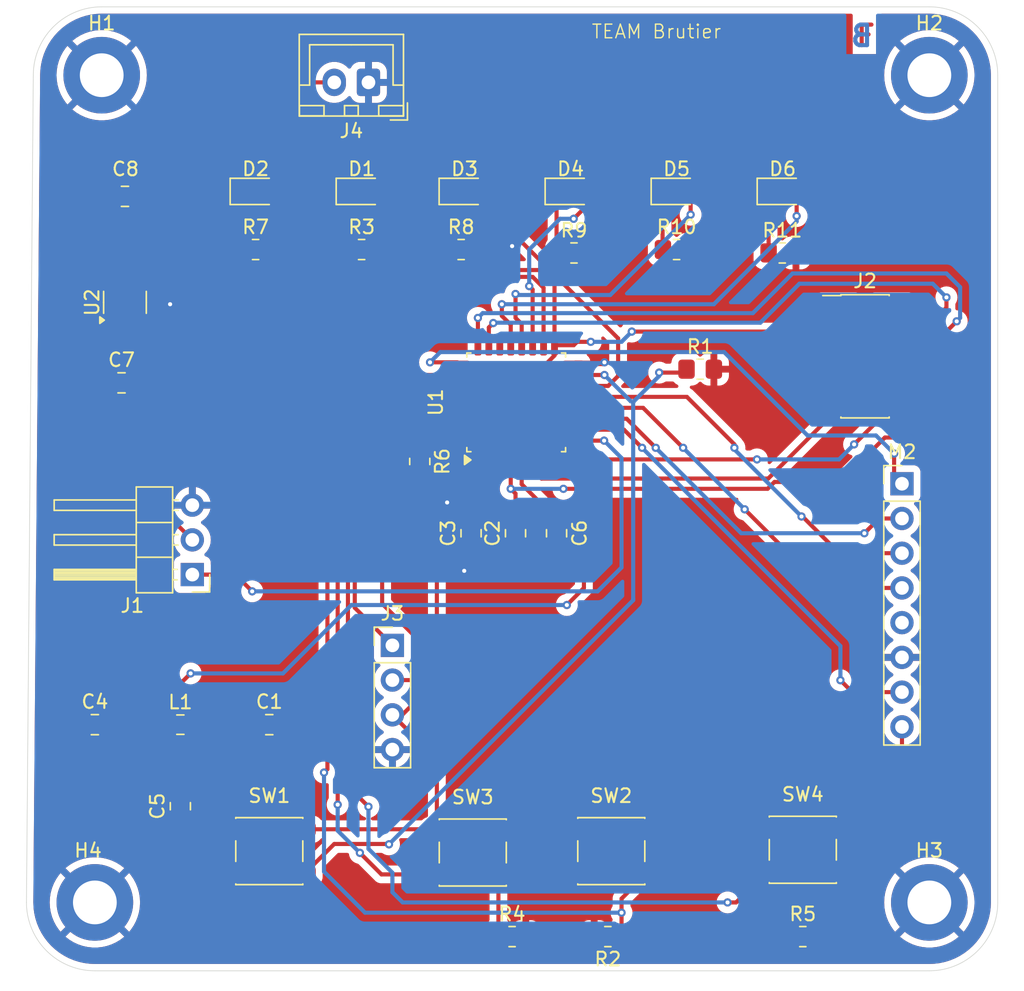
<source format=kicad_pcb>
(kicad_pcb (version 20240108) (generator "pcbnew") (generator_version "8.0")
  (layers (0 "F.Cu" signal) (31 "B.Cu" signal) (34 "B.Paste" user) (35 "F.Paste" user) (36 "B.SilkS" user "B.Silkscreen") (37 "F.SilkS" user "F.Silkscreen") (38 "B.Mask" user) (39 "F.Mask" user) (44 "Edge.Cuts" user))
  (net 0 "")
  (net 1 "+5V")
  (net 2 "GND")
  (net 3 "+3.3V")
  (net 4 "NRST")
  (net 5 "+3.3VA")
  (net 6 "LED1_STATUS")
  (net 7 "LED_STATUS")
  (net 8 "LED2_STATUS")
  (net 9 "LED3_STATUS")
  (net 10 "LED_ERROR_STATUS")
  (net 11 "PA1")
  (net 12 "SWDIO")
  (net 13 "USART2_RX")
  (net 14 "SWDCK")
  (net 15 "USART2_TX")
  (net 16 "I2C1_SCL")
  (net 17 "I2C1_SDA")
  (net 18 "PWM")
  (net 19 "Button3")
  (net 20 "Button1")
  (net 21 "Button2")
  (net 22 "Button4")
  (net 23 "SPI1_SCK")
  (net 24 "SPI1_MISO")
  (net 25 "DAC_nCS")
  (net 26 "SPI1_NSS")
  (net 27 "SPI1_MOSI")
  (net 28 "Net-(D1-K)")
  (net 29 "Net-(D2-K)")
  (net 30 "Net-(D3-K)")
  (net 31 "Net-(D4-K)")
  (net 32 "Net-(D5-K)")
  (net 33 "Net-(D6-K)")
  (net 40 "Net-(U1-PB9)")
  (footprint "Capacitor_SMD:C_0805_2012Metric_Pad1.18x1.45mm_HandSolder" (layer "F.Cu") (at 215.25 106.5 90)
    (property "Reference" "C2")
    (property "Value" "100n")
  )
  (footprint "LED_SMD:LED_0805_2012Metric_Pad1.15x1.40mm_HandSolder" (layer "F.Cu") (at 196.25 81.5)
    (property "Reference" "D2")
    (property "Value" "LED_Small")
  )
  (footprint "Resistor_SMD:R_0805_2012Metric_Pad1.20x1.40mm_HandSolder" (layer "F.Cu") (at 234.75 86)
    (property "Reference" "R11")
    (property "Value" "1k")
  )
  (footprint "Package_QFP:LQFP-32_7x7mm_P0.8mm" (layer "F.Cu") (at 215.3 96.925 90)
    (property "Reference" "U1")
    (property "Value" "STM32L021K4Tx")
  )
  (footprint "Resistor_SMD:R_0805_2012Metric_Pad1.20x1.40mm_HandSolder" (layer "F.Cu") (at 211.275 85.75)
    (property "Reference" "R8")
    (property "Value" "1k")
  )
  (footprint "Capacitor_SMD:C_0805_2012Metric_Pad1.18x1.45mm_HandSolder" (layer "F.Cu") (at 197.25 120.5)
    (property "Reference" "C1")
    (property "Value" "4u7")
  )
  (footprint "Connector_JST:JST_XH_B2B-XH-A_1x02_P2.50mm_Vertical" (layer "F.Cu") (at 204.5 73.525 180)
    (property "Reference" "J4")
    (property "Value" "Conn_01x02")
  )
  (footprint "Capacitor_SMD:C_0805_2012Metric_Pad1.18x1.45mm_HandSolder" (layer "F.Cu") (at 212 106.5 90)
    (property "Reference" "C3")
    (property "Value" "100n")
  )
  (footprint "Button_Switch_SMD:SW_SPST_PTS647_Sx50" (layer "F.Cu") (at 236.25 129.65)
    (property "Reference" "SW4")
    (property "Value" "SW_SPST")
  )
  (footprint "Capacitor_SMD:C_0805_2012Metric_Pad1.18x1.45mm_HandSolder" (layer "F.Cu") (at 190.75 126.4625 90)
    (property "Reference" "C5")
    (property "Value" "100n")
  )
  (footprint "Resistor_SMD:R_0805_2012Metric_Pad1.20x1.40mm_HandSolder" (layer "F.Cu") (at 215 136)
    (property "Reference" "R4")
    (property "Value" "R_Small")
  )
  (footprint "MountingHole:MountingHole_3.2mm_M3_DIN965_Pad" (layer "F.Cu") (at 245.5 73)
    (property "Reference" "H2")
    (property "Value" "MountingHole_Pad")
  )
  (footprint "MountingHole:MountingHole_3.2mm_M3_DIN965_Pad" (layer "F.Cu") (at 185 73)
    (property "Reference" "H1")
    (property "Value" "MountingHole_Pad")
  )
  (footprint "Resistor_SMD:R_0805_2012Metric_Pad1.20x1.40mm_HandSolder" (layer "F.Cu") (at 228.75 94.5)
    (property "Reference" "R1")
    (property "Value" "R_Small")
  )
  (footprint "LED_SMD:LED_0805_2012Metric_Pad1.15x1.40mm_HandSolder" (layer "F.Cu") (at 234.775 81.5)
    (property "Reference" "D6")
    (property "Value" "LED_Small")
  )
  (footprint "Connector_PinHeader_2.54mm:PinHeader_1x08_P2.54mm_Vertical" (layer "F.Cu") (at 243.5 102.88)
    (property "Reference" "M2")
    (property "Value" "RFID-RC522")
    (property "VALUE" "" (hide yes))
  )
  (footprint "Resistor_SMD:R_0805_2012Metric_Pad1.20x1.40mm_HandSolder" (layer "F.Cu") (at 208.25 101.25 -90)
    (property "Reference" "R6")
    (property "Value" "100k")
  )
  (footprint "LED_SMD:LED_0805_2012Metric_Pad1.15x1.40mm_HandSolder" (layer "F.Cu") (at 219.275 81.5)
    (property "Reference" "D4")
    (property "Value" "LED_Small")
  )
  (footprint "Connector_PinHeader_2.54mm:PinHeader_1x04_P2.54mm_Vertical" (layer "F.Cu") (at 206.25 114.7)
    (property "Reference" "J3")
    (property "Value" "Conn_OLED_Display")
  )
  (footprint "Button_Switch_SMD:SW_SPST_PTS647_Sx50" (layer "F.Cu") (at 222.25 129.75)
    (property "Reference" "SW2")
    (property "Value" "SW_SPST")
  )
  (footprint "Capacitor_SMD:C_0805_2012Metric_Pad1.18x1.45mm_HandSolder" (layer "F.Cu") (at 186.7 81.8625)
    (property "Reference" "C8")
    (property "Value" "1uF")
  )
  (footprint "Resistor_SMD:R_0805_2012Metric_Pad1.20x1.40mm_HandSolder" (layer "F.Cu") (at 236.25 136)
    (property "Reference" "R5")
    (property "Value" "R_Small")
  )
  (footprint "Inductor_SMD:L_0805_2012Metric_Pad1.15x1.40mm_HandSolder" (layer "F.Cu") (at 190.75 120.5)
    (property "Reference" "L1")
    (property "Value" "39n")
  )
  (footprint "MountingHole:MountingHole_3.2mm_M3_DIN965_Pad" (layer "F.Cu") (at 184.5 133.5)
    (property "Reference" "H4")
    (property "Value" "MountingHole_Pad")
  )
  (footprint "Resistor_SMD:R_0805_2012Metric_Pad1.20x1.40mm_HandSolder" (layer "F.Cu") (at 227.025 85.75)
    (property "Reference" "R10")
    (property "Value" "1k")
  )
  (footprint "Button_Switch_SMD:SW_SPST_PTS647_Sx50" (layer "F.Cu") (at 197.25 129.75)
    (property "Reference" "SW1")
    (property "Value" "SW_SPST")
  )
  (footprint "Capacitor_SMD:C_0805_2012Metric_Pad1.18x1.45mm_HandSolder" (layer "F.Cu") (at 218.25 106.5 -90)
    (property "Reference" "C6")
    (property "Value" "10n")
  )
  (footprint "LED_SMD:LED_0805_2012Metric_Pad1.15x1.40mm_HandSolder" (layer "F.Cu") (at 204 81.5)
    (property "Reference" "D1")
    (property "Value" "LED_Small")
  )
  (footprint "Capacitor_SMD:C_0805_2012Metric_Pad1.18x1.45mm_HandSolder" (layer "F.Cu") (at 186.45 95.5)
    (property "Reference" "C7")
    (property "Value" "1uF")
  )
  (footprint "LED_SMD:LED_0805_2012Metric_Pad1.15x1.40mm_HandSolder" (layer "F.Cu") (at 227.025 81.5)
    (property "Reference" "D5")
    (property "Value" "LED_Small")
  )
  (footprint "Resistor_SMD:R_0805_2012Metric_Pad1.20x1.40mm_HandSolder" (layer "F.Cu") (at 204 85.75)
    (property "Reference" "R3")
    (property "Value" "1k")
  )
  (footprint "Connector_PinHeader_1.27mm:PinHeader_2x07_P1.27mm_Vertical_SMD" (layer "F.Cu") (at 240.8 93.56)
    (property "Reference" "J2")
    (property "Value" "Conn_02x07_Odd_Even")
  )
  (footprint "LED_SMD:LED_0805_2012Metric_Pad1.15x1.40mm_HandSolder" (layer "F.Cu") (at 211.525 81.5)
    (property "Reference" "D3")
    (property "Value" "LED_Small")
  )
  (footprint "Connector_PinHeader_2.54mm:PinHeader_1x03_P2.54mm_Horizontal" (layer "F.Cu") (at 191.625 109.525 180)
    (property "Reference" "J1")
    (property "Value" "Conn_01x03_Pin")
  )
  (footprint "Resistor_SMD:R_0805_2012Metric_Pad1.20x1.40mm_HandSolder" (layer "F.Cu") (at 219.525 86)
    (property "Reference" "R9")
    (property "Value" "1k")
  )
  (footprint "Resistor_SMD:R_0805_2012Metric_Pad1.20x1.40mm_HandSolder" (layer "F.Cu") (at 196.25 85.75)
    (property "Reference" "R7")
    (property "Value" "1k")
  )
  (footprint "Capacitor_SMD:C_0805_2012Metric_Pad1.18x1.45mm_HandSolder" (layer "F.Cu") (at 184.5 120.5)
    (property "Reference" "C4")
    (property "Value" "1u")
  )
  (footprint "MountingHole:MountingHole_3.2mm_M3_DIN965_Pad" (layer "F.Cu") (at 245.5 133.5)
    (property "Reference" "H3")
    (property "Value" "MountingHole_Pad")
  )
  (footprint "Resistor_SMD:R_0805_2012Metric_Pad1.20x1.40mm_HandSolder" (layer "F.Cu") (at 222 136 180)
    (property "Reference" "R2")
    (property "Value" "R_Small")
  )
  (footprint "Button_Switch_SMD:SW_SPST_PTS647_Sx50" (layer "F.Cu") (at 212.125 129.85)
    (property "Reference" "SW3")
    (property "Value" "SW_SPST")
  )
  (footprint "Package_TO_SOT_SMD:SOT-23-5" (layer "F.Cu") (at 186.7 89.6125 90)
    (property "Reference" "U2")
    (property "Value" "BU33SD5WG-TR")
  )
  (gr_arc (start 180 73) (mid 181.464466 69.464466) (end 185 68) (stroke (width 0.05)) (layer "Edge.Cuts"))
  (gr_line (start 250.5 73) (end 250.5 131.5) (stroke (width 0.05)) (layer "Edge.Cuts"))
  (gr_arc (start 184.5 138.5) (mid 180.964466 137.035534) (end 179.5 133.5) (stroke (width 0.05)) (layer "Edge.Cuts"))
  (gr_line (start 250.5 133.5) (end 250.5 131.5) (stroke (width 0.05)) (layer "Edge.Cuts"))
  (gr_arc (start 250.5 133.5) (mid 249.035534 137.035534) (end 245.5 138.5) (stroke (width 0.05)) (layer "Edge.Cuts"))
  (gr_line (start 184.5 138.5) (end 245.5 138.5) (stroke (width 0.05)) (layer "Edge.Cuts"))
  (gr_line (start 185 68) (end 245.5 68) (stroke (width 0.05)) (layer "Edge.Cuts"))
  (gr_arc (start 245.5 68) (mid 249.035534 69.464466) (end 250.5 73) (stroke (width 0.05)) (layer "Edge.Cuts"))
  (gr_line (start 180 73) (end 179.5 133.5) (stroke (width 0.05)) (layer "Edge.Cuts"))
  (gr_text "F" (at 240 71 0) (layer "F.Cu") (effects (font (size 1.5 1.5) (thickness 0.3) (bold yes)) (justify left bottom)))
  (gr_text "B" (at 241.5 71 0) (layer "B.Cu") (effects (font (size 1.5 1.5) (thickness 0.3) (bold yes)) (justify left bottom mirror)))
  (gr_text "TEAM Brutier\n\n" (at 220.75 72 0) (layer "F.SilkS") (effects (font (size 1 1) (thickness 0.1)) (justify left bottom)))
  (segment (start 187.65 90.75) (end 187.65 91.412499) (width 0.3) (layer "F.Cu") (net 1))
  (segment (start 182.75 81) (end 182.75 87.75) (width 0.3) (layer "F.Cu") (net 1))
  (segment (start 202 73.525) (end 190.240436 73.525) (width 0.3) (layer "F.Cu") (net 1))
  (segment (start 187.65 91.412499) (end 186.6125 92.449999) (width 0.3) (layer "F.Cu") (net 1))
  (segment (start 190.240436 73.525) (end 182.765436 81) (width 0.3) (layer "F.Cu") (net 1))
  (segment (start 186.050001 92.449999) (end 186.6125 92.449999) (width 0.3) (layer "F.Cu") (net 1))
  (segment (start 186.050001 92.449999) (end 185.75 92.149998) (width 0.3) (layer "F.Cu") (net 1))
  (segment (start 185.4125 95.5) (end 185.4125 100.7725) (width 0.3) (layer "F.Cu") (net 1))
  (segment (start 185.75 92.149998) (end 185.75 90.75) (width 0.3) (layer "F.Cu") (net 1))
  (segment (start 185.4125 95.5) (end 185.4125 93.0875) (width 0.3) (layer "F.Cu") (net 1))
  (segment (start 182.75 87.75) (end 185.75 90.75) (width 0.3) (layer "F.Cu") (net 1))
  (segment (start 185.4125 100.7725) (end 191.625 106.985) (width 0.3) (layer "F.Cu") (net 1))
  (segment (start 185.4125 93.0875) (end 186.050001 92.449999) (width 0.3) (layer "F.Cu") (net 1))
  (segment (start 186.7 90.75) (end 186.7 90.087501) (width 0.3) (layer "F.Cu") (net 2))
  (segment (start 189.75 89.5) (end 190 89.75) (width 0.3) (layer "F.Cu") (net 2))
  (segment (start 221.625 94.125) (end 219.475 94.125) (width 0.3) (layer "F.Cu") (net 2))
  (segment (start 186.7 90.087501) (end 187.287501 89.5) (width 0.3) (layer "F.Cu") (net 2))
  (segment (start 210.25 100.6) (end 210.25 104.25) (width 0.3) (layer "F.Cu") (net 2))
  (segment (start 187.287501 89.5) (end 189.75 89.5) (width 0.3) (layer "F.Cu") (net 2))
  (segment (start 221.75 94) (end 221.625 94.125) (width 0.3) (layer "F.Cu") (net 2))
  (segment (start 211.125 99.725) (end 210.25 100.6) (width 0.3) (layer "F.Cu") (net 2))
  (via (at 221.75 94) (size 0.6) (drill 0.3) (layers "F.Cu" "B.Cu") (net 2))
  (via (at 215 85.5) (size 0.6) (drill 0.3) (layers "F.Cu" "B.Cu") (net 2))
  (via (at 190 89.75) (size 0.6) (drill 0.3) (layers "F.Cu" "B.Cu") (net 2))
  (via (at 211.5 109.25) (size 0.6) (drill 0.3) (layers "F.Cu" "B.Cu") (net 2))
  (via (at 210.25 104.25) (size 0.6) (drill 0.3) (layers "F.Cu" "B.Cu") (net 2))
  (segment (start 218.1 93.499999) (end 218.1 92.75) (width 0.3) (layer "F.Cu") (net 3))
  (segment (start 212.5 101.1) (end 212.5 100.25) (width 0.3) (layer "F.Cu") (net 3))
  (segment (start 217 87.25) (end 218.1 88.35) (width 0.3) (layer "F.Cu") (net 3))
  (segment (start 208 81.5) (end 208 85.5) (width 0.3) (layer "F.Cu") (net 3))
  (segment (start 197.5 81.5) (end 199.5 79.5) (width 0.3) (layer "F.Cu") (net 3))
  (segment (start 238.85 91.02) (end 236.98 91.02) (width 0.3) (layer "F.Cu") (net 3))
  (segment (start 191.825 126.425) (end 190.75 127.5) (width 0.3) (layer "F.Cu") (net 3))
  (segment (start 220.75 92.5) (end 219.75 92.5) (width 0.3) (layer "F.Cu") (net 3))
  (segment (start 209.5 123.03) (end 209.5 128.25) (width 0.3) (layer "F.Cu") (net 3))
  (segment (start 212 102.25) (end 212 105.4625) (width 0.3) (layer "F.Cu") (net 3))
  (segment (start 212 105.4625) (end 209.5 107.9625) (width 0.3) (layer "F.Cu") (net 3))
  (segment (start 236.25 91.75) (end 223.75 91.75) (width 0.3) (layer "F.Cu") (net 3))
  (segment (start 219.5 92.75) (end 218.1 92.75) (width 0.3) (layer "F.Cu") (net 3))
  (segment (start 185.6625 81.8625) (end 188.025 79.5) (width 0.3) (layer "F.Cu") (net 3))
  (segment (start 193.55 128.15) (end 191.825 126.425) (width 0.3) (layer "F.Cu") (net 3))
  (segment (start 191.825 120.55) (end 191.825 126.425) (width 0.3) (layer "F.Cu") (net 3))
  (segment (start 191.775 120.5) (end 196.2125 120.5) (width 0.3) (layer "F.Cu") (net 3))
  (segment (start 209.5 128.25) (end 214.75 128.25) (width 0.3) (layer "F.Cu") (net 3))
  (segment (start 208 85.5) (end 209.75 87.25) (width 0.3) (layer "F.Cu") (net 3))
  (segment (start 233.625 128.05) (end 238.875 128.05) (width 0.3) (layer "F.Cu") (net 3))
  (segment (start 243.5 123.425) (end 243.5 120.66) (width 0.3) (layer "F.Cu") (net 3))
  (segment (start 194.625 128.15) (end 193.55 128.15) (width 0.3) (layer "F.Cu") (net 3))
  (segment (start 213.5 98.099999) (end 218.1 93.499999) (width 0.3) (layer "F.Cu") (net 3))
  (segment (start 185.6625 81.8625) (end 185.6625 88.3875) (width 0.3) (layer "F.Cu") (net 3))
  (segment (start 206.25 119.78) (end 209.5 123.03) (width 0.3) (layer "F.Cu") (net 3))
  (segment (start 218.1 88.35) (end 218.1 92.75) (width 0.3) (layer "F.Cu") (net 3))
  (segment (start 219.75 92.5) (end 219.5 92.75) (width 0.3) (layer "F.Cu") (net 3))
  (segment (start 199.5 79.5) (end 206 79.5) (width 0.3) (layer "F.Cu") (net 3))
  (segment (start 199.875 128.15) (end 209.4 128.15) (width 0.3) (layer "F.Cu") (net 3))
  (segment (start 191.775 120.5) (end 191.825 120.55) (width 0.3) (layer "F.Cu") (net 3))
  (segment (start 209.5 107.9625) (end 209.5 117.25) (width 0.3) (layer "F.Cu") (net 3))
  (segment (start 212.5 100.25) (end 213.5 99.25) (width 0.3) (layer "F.Cu") (net 3))
  (segment (start 212.5 101.75) (end 212 102.25) (width 0.3) (layer "F.Cu") (net 3))
  (segment (start 194.625 128.15) (end 199.875 128.15) (width 0.3) (layer "F.Cu") (net 3))
  (segment (start 238.875 128.05) (end 243.5 123.425) (width 0.3) (layer "F.Cu") (net 3))
  (segment (start 236.98 91.02) (end 236.25 91.75) (width 0.3) (layer "F.Cu") (net 3))
  (segment (start 206 79.5) (end 208 81.5) (width 0.3) (layer "F.Cu") (net 3))
  (segment (start 219.625 128.15) (end 224.875 128.15) (width 0.3) (layer "F.Cu") (net 3))
  (segment (start 209.75 87.25) (end 217 87.25) (width 0.3) (layer "F.Cu") (net 3))
  (segment (start 188.025 79.5) (end 199.5 79.5) (width 0.3) (layer "F.Cu") (net 3))
  (segment (start 224.875 128.15) (end 233.525 128.15) (width 0.3) (layer "F.Cu") (net 3))
  (segment (start 209.5 117.25) (end 206.97 119.78) (width 0.3) (layer "F.Cu") (net 3))
  (segment (start 213.5 99.25) (end 213.5 98.099999) (width 0.3) (layer "F.Cu") (net 3))
  (segment (start 212.5 101.1) (end 212.5 101.75) (width 0.3) (layer "F.Cu") (net 3))
  (segment (start 214.75 128.25) (end 219.525 128.25) (width 0.3) (layer "F.Cu") (net 3))
  (segment (start 206.97 119.78) (end 206.25 119.78) (width 0.3) (layer "F.Cu") (net 3))
  (via (at 220.75 92.5) (size 0.6) (drill 0.3) (layers "F.Cu" "B.Cu") (net 3))
  (via (at 223.75 91.75) (size 0.6) (drill 0.3) (layers "F.Cu" "B.Cu") (net 3))
  (segment (start 220.75 92.5) (end 223 92.5) (width 0.3) (layer "B.Cu") (net 3))
  (segment (start 223 92.5) (end 223.75 91.75) (width 0.3) (layer "B.Cu") (net 3))
  (segment (start 215.25 103.6) (end 214.9 103.25) (width 0.3) (layer "F.Cu") (net 4))
  (segment (start 245.75 97) (end 244.85 96.1) (width 0.3) (layer "F.Cu") (net 4))
  (segment (start 245.75 98.25) (end 245.75 97) (width 0.3) (layer "F.Cu") (net 4))
  (segment (start 214.9 101.1) (end 214.9 103.25) (width 0.3) (layer "F.Cu") (net 4))
  (segment (start 244.5 99.5) (end 245.75 98.25) (width 0.3) (layer "F.Cu") (net 4))
  (segment (start 218.75 103.25) (end 233.677107 103.25) (width 0.3) (layer "F.Cu") (net 4))
  (segment (start 242.25 99.5) (end 244.5 99.5) (width 0.3) (layer "F.Cu") (net 4))
  (segment (start 239 102.75) (end 242.25 99.5) (width 0.3) (layer "F.Cu") (net 4))
  (segment (start 233.677107 103.25) (end 234.177107 102.75) (width 0.3) (layer "F.Cu") (net 4))
  (segment (start 215.25 105.4625) (end 215.25 103.6) (width 0.3) (layer "F.Cu") (net 4))
  (segment (start 244.85 96.1) (end 242.75 96.1) (width 0.3) (layer "F.Cu") (net 4))
  (segment (start 234.177107 102.75) (end 239 102.75) (width 0.3) (layer "F.Cu") (net 4))
  (via (at 218.75 103.25) (size 0.6) (drill 0.3) (layers "F.Cu" "B.Cu") (net 4))
  (via (at 214.9 103.25) (size 0.6) (drill 0.3) (layers "F.Cu" "B.Cu") (net 4))
  (segment (start 218.75 103.25) (end 214.9 103.25) (width 0.3) (layer "B.Cu") (net 4))
  (segment (start 219 111.75) (end 220.25 110.5) (width 0.3) (layer "F.Cu") (net 5))
  (segment (start 220.25 110.5) (end 220.25 107.4625) (width 0.3) (layer "F.Cu") (net 5))
  (segment (start 215.7 102.9125) (end 218.25 105.4625) (width 0.3) (layer "F.Cu") (net 5))
  (segment (start 215.7 101.1) (end 215.7 102.9125) (width 0.3) (layer "F.Cu") (net 5))
  (segment (start 220.25 107.4625) (end 218.25 105.4625) (width 0.3) (layer "F.Cu") (net 5))
  (segment (start 185.5375 120.5) (end 189.725 120.5) (width 0.3) (layer "F.Cu") (net 5))
  (segment (start 189.725 120.5) (end 189.725 118.525) (width 0.3) (layer "F.Cu") (net 5))
  (segment (start 189.725 118.525) (end 191.5 116.75) (width 0.3) (layer "F.Cu") (net 5))
  (via (at 191.5 116.75) (size 0.6) (drill 0.3) (layers "F.Cu" "B.Cu") (net 5))
  (via (at 219 111.75) (size 0.6) (drill 0.3) (layers "F.Cu" "B.Cu") (net 5))
  (segment (start 219 111.75) (end 203.25 111.75) (width 0.3) (layer "B.Cu") (net 5))
  (segment (start 203.25 111.75) (end 198.25 116.75) (width 0.3) (layer "B.Cu") (net 5))
  (segment (start 198.25 116.75) (end 191.5 116.75) (width 0.3) (layer "B.Cu") (net 5))
  (segment (start 220.3 82.7) (end 219.5 83.5) (width 0.3) (layer "F.Cu") (net 6))
  (segment (start 220.3 81.5) (end 220.3 82.7) (width 0.3) (layer "F.Cu") (net 6))
  (segment (start 216.5 88.674265) (end 216.5 92.75) (width 0.3) (layer "F.Cu") (net 6))
  (segment (start 216.25 88.424265) (end 216.5 88.674265) (width 0.3) (layer "F.Cu") (net 6))
  (via (at 219.5 83.5) (size 0.6) (drill 0.3) (layers "F.Cu" "B.Cu") (net 6))
  (via (at 216.25 88.424265) (size 0.6) (drill 0.3) (layers "F.Cu" "B.Cu") (net 6))
  (segment (start 216.25 85.75) (end 216.25 88.424265) (width 0.3) (layer "B.Cu") (net 6))
  (segment (start 219.5 83.5) (end 218.5 83.5) (width 0.3) (layer "B.Cu") (net 6))
  (segment (start 218.5 83.5) (end 216.25 85.75) (width 0.3) (layer "B.Cu") (net 6))
  (segment (start 205.025 81.5) (end 205.025 83.275) (width 0.3) (layer "F.Cu") (net 7))
  (segment (start 209.5 87.75) (end 216.5 87.75) (width 0.3) (layer "F.Cu") (net 7))
  (segment (start 205.025 83.275) (end 209.5 87.75) (width 0.3) (layer "F.Cu") (net 7))
  (segment (start 217.3 88.55) (end 217.3 92.75) (width 0.3) (layer "F.Cu") (net 7))
  (segment (start 216.5 87.75) (end 217.3 88.55) (width 0.3) (layer "F.Cu") (net 7))
  (segment (start 215.7 91.2) (end 215.7 92.75) (width 0.3) (layer "F.Cu") (net 8))
  (segment (start 228.05 81.5) (end 228.05 83.2) (width 0.3) (layer "F.Cu") (net 8))
  (segment (start 215.25 89) (end 215.25 90.75) (width 0.3) (layer "F.Cu") (net 8))
  (segment (start 215.25 90.75) (end 215.7 91.2) (width 0.3) (layer "F.Cu") (net 8))
  (via (at 215.25 89) (size 0.6) (drill 0.3) (layers "F.Cu" "B.Cu") (net 8))
  (via (at 228.05 83.2) (size 0.6) (drill 0.3) (layers "F.Cu" "B.Cu") (net 8))
  (segment (start 228.05 83.2) (end 222.175735 89.074265) (width 0.3) (layer "B.Cu") (net 8))
  (segment (start 215.324265 89.074265) (end 215.25 89) (width 0.3) (layer "B.Cu") (net 8))
  (segment (start 222.175735 89.074265) (end 215.324265 89.074265) (width 0.3) (layer "B.Cu") (net 8))
  (segment (start 235.8 81.5) (end 235.8 83.3) (width 0.3) (layer "F.Cu") (net 9))
  (segment (start 214.9 91.251471) (end 214.9 92.75) (width 0.3) (layer "F.Cu") (net 9))
  (segment (start 214.9 91.251471) (end 214.25 90.601471) (width 0.3) (layer "F.Cu") (net 9))
  (segment (start 214.25 90.601471) (end 214.25 89.75) (width 0.3) (layer "F.Cu") (net 9))
  (via (at 235.8 83.3) (size 0.6) (drill 0.3) (layers "F.Cu" "B.Cu") (net 9))
  (via (at 214.25 89.75) (size 0.6) (drill 0.3) (layers "F.Cu" "B.Cu") (net 9))
  (segment (start 229.75 89.75) (end 214.25 89.75) (width 0.3) (layer "B.Cu") (net 9))
  (segment (start 235.8 83.3) (end 235.8 83.7) (width 0.3) (layer "B.Cu") (net 9))
  (segment (start 235.8 83.7) (end 229.75 89.75) (width 0.3) (layer "B.Cu") (net 9))
  (segment (start 222.025 95.725) (end 219.475 95.725) (width 0.3) (layer "F.Cu") (net 10))
  (segment (start 212.55 82.05) (end 222.75 92.25) (width 0.3) (layer "F.Cu") (net 10))
  (segment (start 222.75 92.25) (end 222.75 95) (width 0.3) (layer "F.Cu") (net 10))
  (segment (start 222.75 95) (end 222.025 95.725) (width 0.3) (layer "F.Cu") (net 10))
  (segment (start 213.3 91.45) (end 213.625 91.125) (width 0.3) (layer "F.Cu") (net 12))
  (segment (start 213.3 92.75) (end 213.3 91.45) (width 0.3) (layer "F.Cu") (net 12))
  (segment (start 245.73 91.02) (end 242.75 91.02) (width 0.3) (layer "F.Cu") (net 12))
  (segment (start 246.75 90) (end 245.73 91.02) (width 0.3) (layer "F.Cu") (net 12))
  (segment (start 246.75 89.25) (end 246.75 90) (width 0.3) (layer "F.Cu") (net 12))
  (via (at 246.75 89.25) (size 0.6) (drill 0.3) (layers "F.Cu" "B.Cu") (net 12))
  (via (at 213.625 91.125) (size 0.6) (drill 0.3) (layers "F.Cu" "B.Cu") (net 12))
  (segment (start 245.75 88.25) (end 236 88.25) (width 0.3) (layer "B.Cu") (net 12))
  (segment (start 233.15 91.1) (end 213.65 91.1) (width 0.3) (layer "B.Cu") (net 12))
  (segment (start 213.65 91.1) (end 213.625 91.125) (width 0.3) (layer "B.Cu") (net 12))
  (segment (start 246.75 89.25) (end 245.75 88.25) (width 0.3) (layer "B.Cu") (net 12))
  (segment (start 236 88.25) (end 233.15 91.1) (width 0.3) (layer "B.Cu") (net 12))
  (segment (start 216.5 101.849999) (end 216.5 101.1) (width 0.3) (layer "F.Cu") (net 13))
  (segment (start 238.85 97.37) (end 233.72 102.5) (width 0.3) (layer "F.Cu") (net 13))
  (segment (start 233.72 102.5) (end 217.150001 102.5) (width 0.3) (layer "F.Cu") (net 13))
  (segment (start 217.150001 102.5) (end 216.5 101.849999) (width 0.3) (layer "F.Cu") (net 13))
  (segment (start 212.5 92.75) (end 212.5 90.75) (width 0.3) (layer "F.Cu") (net 14))
  (segment (start 247.5 91) (end 246.21 92.29) (width 0.3) (layer "F.Cu") (net 14))
  (segment (start 246.21 92.29) (end 242.75 92.29) (width 0.3) (layer "F.Cu") (net 14))
  (via (at 247.5 91) (size 0.6) (drill 0.3) (layers "F.Cu" "B.Cu") (net 14))
  (via (at 212.5 90.75) (size 0.6) (drill 0.3) (layers "F.Cu" "B.Cu") (net 14))
  (segment (start 235.5 87.5) (end 232.6 90.4) (width 0.3) (layer "B.Cu") (net 14))
  (segment (start 232.6 90.4) (end 212.85 90.4) (width 0.3) (layer "B.Cu") (net 14))
  (segment (start 212.85 90.4) (end 212.5 90.75) (width 0.3) (layer "B.Cu") (net 14))
  (segment (start 247.75 88.5) (end 246.75 87.5) (width 0.3) (layer "B.Cu") (net 14))
  (segment (start 247.75 90.75) (end 247.75 88.5) (width 0.3) (layer "B.Cu") (net 14))
  (segment (start 247.5 91) (end 247.75 90.75) (width 0.3) (layer "B.Cu") (net 14))
  (segment (start 246.75 87.5) (end 235.5 87.5) (width 0.3) (layer "B.Cu") (net 14))
  (segment (start 218.1 101.1) (end 232.9 101.1) (width 0.3) (layer "F.Cu") (net 15))
  (segment (start 242.63 97.37) (end 240 100) (width 0.3) (layer "F.Cu") (net 15))
  (via (at 232.9 101.1) (size 0.6) (drill 0.3) (layers "F.Cu" "B.Cu") (net 15))
  (via (at 240 100) (size 0.6) (drill 0.3) (layers "F.Cu" "B.Cu") (net 15))
  (segment (start 232.9 101.1) (end 238.9 101.1) (width 0.3) (layer "B.Cu") (net 15))
  (segment (start 238.9 101.1) (end 240 100) (width 0.3) (layer "B.Cu") (net 15))
  (segment (start 204.425 97.325) (end 211.125 97.325) (width 0.3) (layer "F.Cu") (net 16))
  (segment (start 203.5 98.25) (end 204.425 97.325) (width 0.3) (layer "F.Cu") (net 16))
  (segment (start 203.5 111.95) (end 203.5 98.25) (width 0.3) (layer "F.Cu") (net 16))
  (segment (start 206.25 114.7) (end 203.5 111.95) (width 0.3) (layer "F.Cu") (net 16))
  (segment (start 205.5 101) (end 208.375 98.125) (width 0.3) (layer "F.Cu") (net 17))
  (segment (start 206.25 117.24) (end 207.76 117.24) (width 0.3) (layer "F.Cu") (net 17))
  (segment (start 208.375 98.125) (end 211.125 98.125) (width 0.3) (layer "F.Cu") (net 17))
  (segment (start 208.75 116.25) (end 208.75 114.9) (width 0.3) (layer "F.Cu") (net 17))
  (segment (start 207.76 117.24) (end 208.75 116.25) (width 0.3) (layer "F.Cu") (net 17))
  (segment (start 208.75 114.9) (end 205.5 111.65) (width 0.3) (layer "F.Cu") (net 17))
  (segment (start 205.5 111.65) (end 205.5 101) (width 0.3) (layer "F.Cu") (net 17))
  (segment (start 194.775 109.525) (end 196 110.75) (width 0.3) (layer "F.Cu") (net 18))
  (segment (start 219.475 99.725) (end 221.725 99.725) (width 0.3) (layer "F.Cu") (net 18))
  (segment (start 191.625 109.525) (end 194.775 109.525) (width 0.3) (layer "F.Cu") (net 18))
  (via (at 221.725 99.725) (size 0.6) (drill 0.3) (layers "F.Cu" "B.Cu") (net 18))
  (via (at 196 110.75) (size 0.6) (drill 0.3) (layers "F.Cu" "B.Cu") (net 18))
  (segment (start 223 103.75) (end 223 107.75) (width 0.3) (layer "B.Cu") (net 18))
  (segment (start 221.25 110.75) (end 196 110.75) (width 0.3) (layer "B.Cu") (net 18))
  (segment (start 223 101) (end 223 103.75) (width 0.3) (layer "B.Cu") (net 18))
  (segment (start 221.725 99.725) (end 223 101) (width 0.3) (layer "B.Cu") (net 18))
  (segment (start 223 109) (end 221.25 110.75) (width 0.3) (layer "B.Cu") (net 18))
  (segment (start 223 107.75) (end 223 109) (width 0.3) (layer "B.Cu") (net 18))
  (segment (start 202.25 126.35) (end 202.25 97.25) (width 0.3) (layer "F.Cu") (net 19))
  (segment (start 202.25 97.25) (end 203.775 95.725) (width 0.3) (layer "F.Cu") (net 19))
  (segment (start 214.75 131.45) (end 209.5 131.45) (width 0.3) (layer "F.Cu") (net 19))
  (segment (start 214.75 131.45) (end 214 132.2) (width 0.3) (layer "F.Cu") (net 19))
  (segment (start 214 132.2) (end 214 136) (width 0.3) (layer "F.Cu") (net 19))
  (segment (start 203.775 95.725) (end 211.125 95.725) (width 0.3) (layer "F.Cu") (net 19))
  (segment (start 205.45 131.45) (end 209.5 131.45) (width 0.3) (layer "F.Cu") (net 19))
  (segment (start 203.875 129.875) (end 205.45 131.45) (width 0.3) (layer "F.Cu") (net 19))
  (via (at 202.25 126.35) (size 0.6) (drill 0.3) (layers "F.Cu" "B.Cu") (net 19))
  (via (at 203.875 129.875) (size 0.6) (drill 0.3) (layers "F.Cu" "B.Cu") (net 19))
  (segment (start 202.25 128.25) (end 203.875 129.875) (width 0.3) (layer "B.Cu") (net 19))
  (segment (start 202.25 128.25) (end 202.25 126.35) (width 0.3) (layer "B.Cu") (net 19))
  (segment (start 205.975 129.225) (end 202 129.225) (width 0.3) (layer "F.Cu") (net 20))
  (segment (start 227.5 94.75) (end 225.75 94.75) (width 0.3) (layer "F.Cu") (net 20))
  (segment (start 202 129.225) (end 199.875 131.35) (width 0.3) (layer "F.Cu") (net 20))
  (segment (start 206 129.25) (end 205.975 129.225) (width 0.3) (layer "F.Cu") (net 20))
  (segment (start 221.75 94.925) (end 219.475 94.925) (width 0.3) (layer "F.Cu") (net 20))
  (segment (start 194.625 131.35) (end 199.875 131.35) (width 0.3) (layer "F.Cu") (net 20))
  (via (at 206 129.25) (size 0.6) (drill 0.3) (layers "F.Cu" "B.Cu") (net 20))
  (via (at 221.75 94.925) (size 0.6) (drill 0.3) (layers "F.Cu" "B.Cu") (net 20))
  (via (at 225.75 94.75) (size 0.6) (drill 0.3) (layers "F.Cu" "B.Cu") (net 20))
  (segment (start 223.85 111.4) (end 206 129.25) (width 0.3) (layer "B.Cu") (net 20))
  (segment (start 223.9 96.85) (end 225.75 95) (width 0.3) (layer "B.Cu") (net 20))
  (segment (start 223.85 96.9) (end 223.85 111.3) (width 0.3) (layer "B.Cu") (net 20))
  (segment (start 221.75 94.925) (end 223.675 96.85) (width 0.3) (layer "B.Cu") (net 20))
  (segment (start 223.85 111.3) (end 223.85 111.4) (width 0.3) (layer "B.Cu") (net 20))
  (segment (start 223.9 96.85) (end 223.85 96.9) (width 0.3) (layer "B.Cu") (net 20))
  (segment (start 223.675 96.85) (end 223.9 96.85) (width 0.3) (layer "B.Cu") (net 20))
  (segment (start 225.75 95) (end 225.75 94.75) (width 0.3) (layer "B.Cu") (net 20))
  (segment (start 201.5 123.75) (end 201.5 96.75) (width 0.3) (layer "F.Cu") (net 21))
  (segment (start 201.5 96.75) (end 203.325 94.925) (width 0.3) (layer "F.Cu") (net 21))
  (segment (start 223 133.225) (end 223 134.25) (width 0.3) (layer "F.Cu") (net 21))
  (segment (start 201.25 124) (end 201.5 123.75) (width 0.3) (layer "F.Cu") (net 21))
  (segment (start 223 134.25) (end 223 135.75) (width 0.3) (layer "F.Cu") (net 21))
  (segment (start 224.875 131.35) (end 223 133.225) (width 0.3) (layer "F.Cu") (net 21))
  (segment (start 219.625 131.35) (end 224.875 131.35) (width 0.3) (layer "F.Cu") (net 21))
  (segment (start 203.325 94.925) (end 211.125 94.925) (width 0.3) (layer "F.Cu") (net 21))
  (via (at 201.25 124) (size 0.6) (drill 0.3) (layers "F.Cu" "B.Cu") (net 21))
  (via (at 223 134.25) (size 0.6) (drill 0.3) (layers "F.Cu" "B.Cu") (net 21))
  (segment (start 204.25 134.25) (end 223 134.25) (width 0.3) (layer "B.Cu") (net 21))
  (segment (start 201.25 124) (end 201.25 131.25) (width 0.3) (layer "B.Cu") (net 21))
  (segment (start 201.25 131.25) (end 204.25 134.25) (width 0.3) (layer "B.Cu") (net 21))
  (segment (start 233.625 131.25) (end 231.375 133.5) (width 0.3) (layer "F.Cu") (net 22))
  (segment (start 211.125 96.525) (end 204.225 96.525) (width 0.3) (layer "F.Cu") (net 22))
  (segment (start 203 125) (end 204.5 126.5) (width 0.3) (layer "F.Cu") (net 22))
  (segment (start 233.625 131.25) (end 238.875 131.25) (width 0.3) (layer "F.Cu") (net 22))
  (segment (start 204.225 96.525) (end 203 97.75) (width 0.3) (layer "F.Cu") (net 22))
  (segment (start 235.25 132.875) (end 233.625 131.25) (width 0.3) (layer "F.Cu") (net 22))
  (segment (start 203 97.75) (end 203 125) (width 0.3) (layer "F.Cu") (net 22))
  (segment (start 231.375 133.5) (end 230.75 133.5) (width 0.3) (layer "F.Cu") (net 22))
  (segment (start 235.25 132.875) (end 235.25 136) (width 0.3) (layer "F.Cu") (net 22))
  (via (at 230.75 133.5) (size 0.6) (drill 0.3) (layers "F.Cu" "B.Cu") (net 22))
  (via (at 204.5 126.5) (size 0.6) (drill 0.3) (layers "F.Cu" "B.Cu") (net 22))
  (segment (start 204.5 129.580761) (end 204.5 126.5) (width 0.3) (layer "B.Cu") (net 22))
  (segment (start 207 133.5) (end 206.25 132.75) (width 0.3) (layer "B.Cu") (net 22))
  (segment (start 230.75 133.5) (end 207 133.5) (width 0.3) (layer "B.Cu") (net 22))
  (segment (start 206.25 131.330761) (end 204.5 129.580761) (width 0.3) (layer "B.Cu") (net 22))
  (segment (start 206.25 132.75) (end 206.25 131.330761) (width 0.3) (layer "B.Cu") (net 22))
  (segment (start 241.83 105.42) (end 243.5 105.42) (width 0.3) (layer "F.Cu") (net 23))
  (segment (start 240.75 106.5) (end 241.83 105.42) (width 0.3) (layer "F.Cu") (net 23))
  (segment (start 223.375 98.125) (end 225.5 100.25) (width 0.3) (layer "F.Cu") (net 23))
  (segment (start 219.475 98.125) (end 223.375 98.125) (width 0.3) (layer "F.Cu") (net 23))
  (via (at 225.5 100.25) (size 0.6) (drill 0.3) (layers "F.Cu" "B.Cu") (net 23))
  (via (at 240.75 106.5) (size 0.6) (drill 0.3) (layers "F.Cu" "B.Cu") (net 23))
  (segment (start 225.5 100.25) (end 231.75 106.5) (width 0.3) (layer "B.Cu") (net 23))
  (segment (start 231.75 106.5) (end 240.75 106.5) (width 0.3) (layer "B.Cu") (net 23))
  (segment (start 232 104.75) (end 237.75 110.5) (width 0.3) (layer "F.Cu") (net 24))
  (segment (start 219.475 97.325) (end 224.575 97.325) (width 0.3) (layer "F.Cu") (net 24))
  (segment (start 224.575 97.325) (end 227.5 100.25) (width 0.3) (layer "F.Cu") (net 24))
  (segment (start 237.75 110.5) (end 243.5 110.5) (width 0.3) (layer "F.Cu") (net 24))
  (via (at 232 104.75) (size 0.6) (drill 0.3) (layers "F.Cu" "B.Cu") (net 24))
  (via (at 227.5 100.25) (size 0.6) (drill 0.3) (layers "F.Cu" "B.Cu") (net 24))
  (segment (start 227.5 100.25) (end 232 104.75) (width 0.3) (layer "B.Cu") (net 24))
  (segment (start 239.87 118.12) (end 239 117.25) (width 0.3) (layer "F.Cu") (net 25))
  (segment (start 224.5 100.25) (end 223.175 98.925) (width 0.3) (layer "F.Cu") (net 25))
  (segment (start 243.5 118.12) (end 239.87 118.12) (width 0.3) (layer "F.Cu") (net 25))
  (segment (start 223.175 98.925) (end 219.475 98.925) (width 0.3) (layer "F.Cu") (net 25))
  (via (at 239 117.25) (size 0.6) (drill 0.3) (layers "F.Cu" "B.Cu") (net 25))
  (via (at 224.5 100.25) (size 0.6) (drill 0.3) (layers "F.Cu" "B.Cu") (net 25))
  (segment (start 239 114.75) (end 239 117.25) (width 0.3) (layer "B.Cu") (net 25))
  (segment (start 224.5 100.25) (end 239 114.75) (width 0.3) (layer "B.Cu") (net 25))
  (segment (start 209 94) (end 211 94) (width 0.3) (layer "F.Cu") (net 26))
  (segment (start 242.924265 102.304265) (end 243.5 102.88) (width 0.3) (layer "F.Cu") (net 26))
  (segment (start 242.924265 100.674265) (end 242.924265 102.304265) (width 0.3) (layer "F.Cu") (net 26))
  (via (at 242.924265 100.674265) (size 0.6) (drill 0.3) (layers "F.Cu" "B.Cu") (net 26))
  (via (at 209 94) (size 0.6) (drill 0.3) (layers "F.Cu" "B.Cu") (net 26))
  (segment (start 241.6 99.35) (end 242.924265 100.674265) (width 0.3) (layer "B.Cu") (net 26))
  (segment (start 236.6 99.35) (end 241.6 99.35) (width 0.3) (layer "B.Cu") (net 26))
  (segment (start 209 94) (end 209.75 93.25) (width 0.3) (layer "B.Cu") (net 26))
  (segment (start 209.75 93.25) (end 230.5 93.25) (width 0.3) (layer "B.Cu") (net 26))
  (segment (start 230.5 93.25) (end 236.6 99.35) (width 0.3) (layer "B.Cu") (net 26))
  (segment (start 236.155025 105.274264) (end 236.225734 105.274264) (width 0.3) (layer "F.Cu") (net 27))
  (segment (start 231.25 100.25) (end 231.25 100) (width 0.3) (layer "F.Cu") (net 27))
  (segment (start 238.91147 107.96) (end 243.5 107.96) (width 0.3) (layer "F.Cu") (net 27))
  (segment (start 236.225734 105.274264) (end 238.91147 107.96) (width 0.3) (layer "F.Cu") (net 27))
  (segment (start 231.25 100) (end 227.775 96.525) (width 0.3) (layer "F.Cu") (net 27))
  (segment (start 227.775 96.525) (end 219.475 96.525) (width 0.3) (layer "F.Cu") (net 27))
  (via (at 231.25 100.25) (size 0.6) (drill 0.3) (layers "F.Cu" "B.Cu") (net 27))
  (via (at 236.155025 105.274264) (size 0.6) (drill 0.3) (layers "F.Cu" "B.Cu") (net 27))
  (segment (start 231.25 100.369239) (end 236.155025 105.274264) (width 0.3) (layer "B.Cu") (net 27))
  (segment (start 231.25 100.25) (end 231.25 100.369239) (width 0.3) (layer "B.Cu") (net 27))
  (segment (start 202.975 81.5) (end 202.975 85.725) (width 0.3) (layer "F.Cu") (net 28))
  (segment (start 195.225 81.5) (end 195.225 85.725) (width 0.3) (layer "F.Cu") (net 29))
  (segment (start 210.5 81.5) (end 210.5 85.525) (width 0.3) (layer "F.Cu") (net 30))
  (segment (start 218.25 81.5) (end 218.25 85.725) (width 0.3) (layer "F.Cu") (net 31))
  (segment (start 226 81.5) (end 226 85.725) (width 0.3) (layer "F.Cu") (net 32))
  (segment (start 233.75 81.5) (end 233.75 86) (width 0.3) (layer "F.Cu") (net 33))
  (segment (start 211.125 98.925) (end 210.375001 98.925) (width 0.3) (layer "F.Cu") (net 40))
  (segment (start 209.050001 100.25) (end 208.25 100.25) (width 0.3) (layer "F.Cu") (net 40))
  (segment (start 210.375001 98.925) (end 209.050001 100.25) (width 0.3) (layer "F.Cu") (net 40))
  (zone (net 2) (net_name "GND") (layer "F.Cu") (name "GND_Plane") (connect_pads (clearance 0.5)) (min_thickness 0.25) (fill yes (thermal_gap 0.5) (thermal_bridge_width 0.5))
    (polygon (pts (xy 251 67.5) (xy 179 67.5) (xy 179 139.5) (xy 251 139.5)))
  )
  (zone (net 2) (net_name "GND") (layer "B.Cu") (name "GND_Plane2") (priority 1) (connect_pads (clearance 0.5)) (min_thickness 0.25) (fill yes (thermal_gap 0.5) (thermal_bridge_width 0.5))
    (polygon (pts (xy 180 69) (xy 179 139) (xy 251 140) (xy 251 67.5) (xy 180 67.5) (xy 180 69.5) (xy 180.5 69.5) (xy 180.5 69) (xy 180 70.5)))
  )
)
</source>
